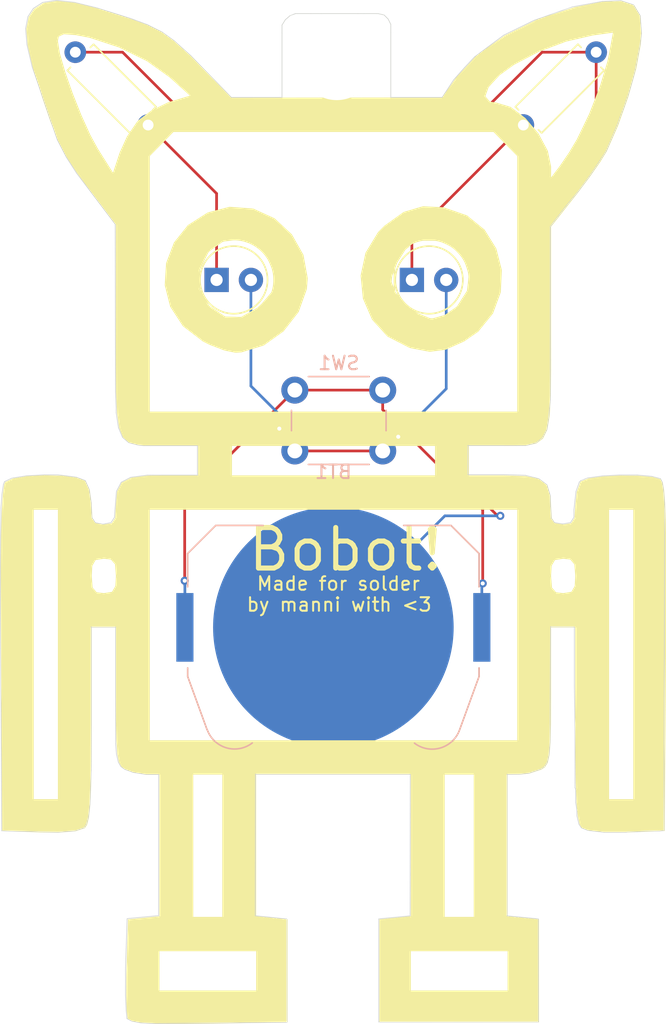
<source format=kicad_pcb>
(kicad_pcb (version 20241229) (generator "pcbnew") (generator_version "9.0")
  (layers (0 "F.Cu" signal) (2 "B.Cu" signal) (13 "F.Paste" user) (15 "B.Paste" user) (5 "F.SilkS" user "F.Silkscreen") (7 "B.SilkS" user "B.Silkscreen") (1 "F.Mask" user) (3 "B.Mask" user) (25 "Edge.Cuts" user))
  (net 0 "")
  (net 1 "Net-(BT1-+)")
  (net 2 "Net-(BT1--)")
  (net 3 "Net-(D1-K)")
  (net 4 "Net-(D2-K)")
  (net 5 "Net-(D1-A)")
  (footprint "new:rsta" (layer "F.Cu") (at 170.3 106.931432)
    (property "Reference" "G***" (hide yes))
    (property "Value" "LOGO" (hide yes))
    (fp_poly (pts (xy -4.32547 -25.360063) (xy -2.746875 -24.637646) (xy -1.468623 -23.452308) (xy -0.611079 -21.932112) (xy -0.294606 -20.205123) (xy -0.359724 -19.400992) (xy -0.964805 -17.715553) (xy -2.083823 -16.276013) (xy -3.551679 -15.229045) (xy -5.203271 -14.72132) (xy -5.656186 -14.695715) (xy -6.479695 -14.863122) (xy -7.570306 -15.285701) (xy -8.044782 -15.521187) (xy -9.537861 -16.664876) (xy -10.473943 -18.09944) (xy -10.878664 -19.69453) (xy -10.812266 -20.762907) (xy -8.309957 -20.762907) (xy -8.288783 -19.420428) (xy -7.607261 -18.208536) (xy -7.528938 -18.126364) (xy -6.400755 -17.374135) (xy -5.222962 -17.343507) (xy -4.0127 -18.033533) (xy -3.686968 -18.338824) (xy -2.987763 -19.165944) (xy -2.752791 -19.885752) (xy -2.821198 -20.606681) (xy -3.349538 -21.850714) (xy -4.269742 -22.686389) (xy -5.401456 -23.058655) (xy -6.564324 -22.912462) (xy -7.57799 -22.19276) (xy -7.665585 -22.085352) (xy -8.309957 -20.762907) (xy -10.812266 -20.762907) (xy -10.777657 -21.319792) (xy -10.196558 -22.844874) (xy -9.161001 -24.139424) (xy -7.696621 -25.07309) (xy -6.084044 -25.491494)) (fill yes) (layer "F.SilkS"))
    (fp_poly (pts (xy 9.759622 -25.453754) (xy 11.485297 -24.857676) (xy 12.791844 -23.795001) (xy 13.658637 -22.401865) (xy 14.06505 -20.814406) (xy 13.990458 -19.168759) (xy 13.414235 -17.601062) (xy 12.315754 -16.247452) (xy 11.264499 -15.521187) (xy 9.90597 -14.918112) (xy 8.728346 -14.762756) (xy 7.38144 -15.016535) (xy 7.19225 -15.072516) (xy 5.603526 -15.890335) (xy 4.457247 -17.150889) (xy 3.783685 -18.703715) (xy 3.658516 -19.947251) (xy 5.902816 -19.947251) (xy 6.195209 -19.176653) (xy 6.919601 -18.333817) (xy 7.846817 -17.623861) (xy 8.747678 -17.251903) (xy 8.932403 -17.235715) (xy 9.84063 -17.490217) (xy 10.730227 -18.107873) (xy 10.748655 -18.126364) (xy 11.483914 -19.276575) (xy 11.621864 -20.474122) (xy 11.257043 -21.581315) (xy 10.48399 -22.460464) (xy 9.397245 -22.973879) (xy 8.091344 -22.98387) (xy 7.528703 -22.816029) (xy 6.925038 -22.297952) (xy 6.343736 -21.385465) (xy 5.962722 -20.392513) (xy 5.902816 -19.947251) (xy 3.658516 -19.947251) (xy 3.61311 -20.398349) (xy 3.975793 -22.084327) (xy 4.902006 -23.611186) (xy 5.377747 -24.091612) (xy 6.801793 -25.111049) (xy 8.221457 -25.531548)) (fill yes) (layer "F.SilkS"))
    (fp_poly (pts (xy 23.869948 -40.406479) (xy 24.333464 -39.621099) (xy 24.415129 -38.285082) (xy 24.347166 -37.483651) (xy 24.01782 -35.719224) (xy 23.427177 -33.621084) (xy 22.669739 -31.48514) (xy 21.840005 -29.607304) (xy 21.817878 -29.563724) (xy 21.344993 -28.792833) (xy 20.569372 -27.685205) (xy 19.646489 -26.46148) (xy 19.505803 -26.282604) (xy 17.70845 -24.011066) (xy 17.70845 -16.281871) (xy 17.710022 -13.588149) (xy 17.689413 -11.533655) (xy 17.608632 -10.032084) (xy 17.42969 -8.997127) (xy 17.114597 -8.342476) (xy 16.625362 -7.981824) (xy 15.923996 -7.828863) (xy 14.972509 -7.797285) (xy 13.975631 -7.801429) (xy 11.62676 -7.801429) (xy 11.62676 -6.712857) (xy 11.62676 -5.624286) (xy 14.238309 -5.624286) (xy 15.850515 -5.568713) (xy 16.877452 -5.347792) (xy 17.444531 -4.880218) (xy 17.677163 -4.084686) (xy 17.70845 -3.374572) (xy 17.763508 -2.469463) (xy 18.018583 -2.079147) (xy 18.602816 -1.995715) (xy 19.189895 -2.080598) (xy 19.443066 -2.473852) (xy 19.497182 -3.374572) (xy 19.603975 -4.390513) (xy 19.866908 -5.115111) (xy 19.926478 -5.188857) (xy 20.486845 -5.401881) (xy 21.527937 -5.545151) (xy 22.817821 -5.613444) (xy 24.124563 -5.60154) (xy 25.216229 -5.504217) (xy 25.851832 -5.322258) (xy 25.975739 -5.089747) (xy 26.073455 -4.529721) (xy 26.146598 -3.582766) (xy 26.196783 -2.189469) (xy 26.225627 -0.290416) (xy 26.234747 2.173805) (xy 26.22576 5.262608) (xy 26.209578 7.825757) (xy 26.115492 20.682857) (xy 23.309044 20.789454) (xy 21.637104 20.79188) (xy 20.479839 20.662156) (xy 19.999889 20.472881) (xy 19.820798 20.182388) (xy 19.687531 19.595789) (xy 19.594317 18.62542) (xy 19.535383 17.183616) (xy 19.504959 15.182711) (xy 19.497182 12.836998) (xy 19.497182 7.62) (xy 22.001408 7.62) (xy 22.001408 18.324285) (xy 22.895774 18.324285) (xy 23.79014 18.324285) (xy 23.79014 7.62) (xy 23.79014 -3.084286) (xy 22.895774 -3.084286) (xy 22.001408 -3.084286) (xy 22.001408 7.62) (xy 19.497182 7.62) (xy 19.497182 5.624285) (xy 18.602816 5.624285) (xy 17.70845 5.624285) (xy 17.70845 10.691519) (xy 17.700822 12.716261) (xy 17.667767 14.135374) (xy 17.594027 15.068869) (xy 17.464344 15.636757) (xy 17.263461 15.959049) (xy 17.016476 16.134376) (xy 16.104425 16.432839) (xy 15.406617 16.51) (xy 14.488732 16.51) (xy 14.488732 21.748438) (xy 14.488732 26.986877) (xy 15.651408 27.100581) (xy 16.814084 27.214285) (xy 16.814084 31.024285) (xy 16.814084 34.834285) (xy 10.911267 34.834285) (xy 5.00845 34.834285) (xy 5.00845 31.024285) (xy 7.333802 31.024285) (xy 7.333802 32.475714) (xy 10.911267 32.475714) (xy 14.488732 32.475714) (xy 14.488732 31.024285) (xy 14.488732 29.572857) (xy 10.911267 29.572857) (xy 7.333802 29.572857) (xy 7.333802 31.024285) (xy 5.00845 31.024285) (xy 5.00845 27.214285) (xy 6.171126 27.100581) (xy 7.333802 26.986877) (xy 7.333802 21.771428) (xy 9.838027 21.771428) (xy 9.838027 27.032857) (xy 10.911267 27.032857) (xy 11.984506 27.032857) (xy 11.984506 21.771428) (xy 11.984506 16.51) (xy 10.911267 16.51) (xy 9.838027 16.51) (xy 9.838027 21.771428) (xy 7.333802 21.771428) (xy 7.333802 21.748438) (xy 7.333802 16.51) (xy 1.609858 16.51) (xy -4.114085 16.51) (xy -4.114085 21.748438) (xy -4.114085 26.986877) (xy -2.951409 27.100581) (xy -1.788733 27.214285) (xy -1.788733 31.024285) (xy -1.788733 34.834285) (xy -7.609926 34.934026) (xy -9.868256 34.960807) (xy -11.502898 34.948093) (xy -12.604893 34.889972) (xy -13.265279 34.780531) (xy -13.575097 34.613859) (xy -13.616433 34.543949) (xy -13.686988 33.982895) (xy -13.721863 32.886458) (xy -13.717099 31.444252) (xy -13.707227 31.024285) (xy -11.269015 31.024285) (xy -11.269015 32.475714) (xy -7.69155 32.475714) (xy -4.114085 32.475714) (xy -4.114085 31.024285) (xy -4.114085 29.572857) (xy -7.69155 29.572857) (xy -11.269015 29.572857) (xy -11.269015 31.024285) (xy -13.707227 31.024285) (xy -13.698057 30.634208) (xy -13.594367 27.214285) (xy -12.431691 27.100581) (xy -11.269015 26.986877) (xy -11.269015 21.771428) (xy -8.76479 21.771428) (xy -8.76479 27.032857) (xy -7.69155 27.032857) (xy -6.618311 27.032857) (xy -6.618311 21.771428) (xy -6.618311 16.51) (xy -7.69155 16.51) (xy -8.76479 16.51) (xy -8.76479 21.771428) (xy -11.269015 21.771428) (xy -11.269015 21.748438) (xy -11.269015 16.51) (xy -12.1869 16.51) (xy -13.189305 16.361768) (xy -13.796759 16.134376) (xy -14.07269 15.928735) (xy -14.264031 15.58281) (xy -14.386042 14.976589) (xy -14.453979 13.990062) (xy -14.483099 12.503216) (xy -14.488733 10.691519) (xy -14.488733 5.624285) (xy -15.383099 5.624285) (xy -16.277466 5.624285) (xy -16.277466 12.836998) (xy -16.287205 15.414745) (xy -16.320271 17.35466) (xy -16.382434 18.74441) (xy -16.479466 19.671658) (xy -16.617139 20.224069) (xy -16.780172 20.472881) (xy -17.454804 20.699794) (xy -18.728855 20.802663) (xy -20.089327 20.789454) (xy -22.895775 20.682857) (xy -22.989902 8.025768) (xy -22.992026 7.62) (xy -20.570423 7.62) (xy -20.570423 18.324285) (xy -19.676057 18.324285) (xy -18.781691 18.324285) (xy -18.781691 7.62) (xy -18.781691 5.442857) (xy -11.984508 5.442857) (xy -11.984508 13.97) (xy 1.609858 13.97) (xy 15.204225 13.97) (xy 15.204225 5.442857) (xy 15.204225 1.814285) (xy 17.70845 1.814285) (xy 17.775271 2.673134) (xy 18.075969 3.024731) (xy 18.602816 3.084285) (xy 19.207639 2.989399) (xy 19.455243 2.562408) (xy 19.497182 1.814285) (xy 19.430361 0.955437) (xy 19.129663 0.603839) (xy 18.602816 0.544285) (xy 17.997993 0.639171) (xy 17.750389 1.066163) (xy 17.70845 1.814285) (xy 15.204225 1.814285) (xy 15.204225 -3.084286) (xy 1.609858 -3.084286) (xy -11.984508 -3.084286) (xy -11.984508 5.442857) (xy -18.781691 5.442857) (xy -18.781691 1.814285) (xy -16.277466 1.814285) (xy -16.210645 2.673134) (xy -15.909946 3.024731) (xy -15.383099 3.084285) (xy -14.778276 2.989399) (xy -14.530673 2.562408) (xy -14.488733 1.814285) (xy -14.555554 0.955437) (xy -14.856253 0.603839) (xy -15.383099 0.544285) (xy -15.987923 0.639171) (xy -16.235526 1.066163) (xy -16.277466 1.814285) (xy -18.781691 1.814285) (xy -18.781691 -3.084286) (xy -19.676057 -3.084286) (xy -20.570423 -3.084286) (xy -20.570423 7.62) (xy -22.992026 7.62) (xy -23.009518 4.278343) (xy -23.006715 1.217335) (xy -22.980569 -1.196223) (xy -22.930155 -3.001302) (xy -22.854549 -4.23687) (xy -22.752825 -4.941897) (xy -22.677788 -5.127804) (xy -22.102436 -5.396115) (xy -21.050273 -5.565121) (xy -19.753569 -5.632448) (xy -18.444594 -5.595719) (xy -17.355618 -5.452561) (xy -16.718913 -5.200598) (xy -16.706761 -5.188857) (xy -16.42418 -4.559231) (xy -16.281614 -3.570113) (xy -16.277466 -3.374572) (xy -16.222408 -2.469463) (xy -15.967332 -2.079147) (xy -15.383099 -1.995715) (xy -14.79602 -2.080598) (xy -14.54285 -2.473852) (xy -14.488733 -3.374572) (xy -14.403013 -4.419775) (xy -14.062246 -5.085545) (xy -13.341022 -5.453186) (xy -12.11393 -5.604003) (xy -11.018592 -5.624286) (xy -8.407043 -5.624286) (xy -8.407043 -6.712857) (xy -5.902818 -6.712857) (xy -5.902818 -5.624286) (xy 1.609858 -5.624286) (xy 9.122534 -5.624286) (xy 9.122534 -6.712857) (xy 9.122534 -7.801429) (xy 1.609858 -7.801429) (xy -5.902818 -7.801429) (xy -5.902818 -6.712857) (xy -8.407043 -6.712857) (xy -8.407043 -7.801429) (xy -10.755914 -7.801429) (xy -11.937227 -7.797581) (xy -12.839397 -7.843327) (xy -13.499929 -8.024598) (xy -13.956324 -8.427326) (xy -14.246088 -9.137445) (xy -14.406723 -10.240886) (xy -14.475733 -11.823581) (xy -14.490621 -13.971464) (xy -14.488733 -16.354495) (xy -14.488733 -24.156313) (xy -16.283216 -26.531026) (xy -17.39113 -28.035402) (xy -18.185248 -29.252578) (xy -18.795413 -30.431786) (xy -19.351467 -31.822262) (xy -19.947327 -33.564286) (xy -20.629589 -35.776545) (xy -21.016909 -37.437265) (xy -21.043826 -37.758184) (xy -18.781691 -37.758184) (xy -18.634953 -36.849537) (xy -18.245339 -35.495627) (xy -17.688745 -33.900898) (xy -17.041069 -32.269794) (xy -16.378209 -30.806759) (xy -15.823874 -29.790758) (xy -14.703259 -28.012944) (xy -14.299019 -29.242987) (xy -11.984508 -29.242987) (xy -11.984508 -19.792208) (xy -11.984508 -10.341429) (xy 1.609858 -10.341429) (xy 15.204225 -10.341429) (xy 15.204225 -19.792208) (xy 15.204225 -29.242987) (xy 14.32612 -30.133637) (xy 13.448015 -31.024286) (xy 1.609858 -31.024286) (xy -10.228298 -31.024286) (xy -11.106403 -30.133637) (xy -11.984508 -29.242987) (xy -14.299019 -29.242987) (xy -14.217923 -29.489751) (xy -13.672606 -30.688025) (xy -12.95022 -31.749438) (xy -12.809399 -31.902935) (xy -11.836833 -32.632518) (xy -10.64352 -33.211485) (xy -10.450761 -33.275527) (xy -9.01531 -33.711742) (xy -10.529378 -35.074555) (xy -12.190401 -36.257323) (xy -14.259339 -37.274713) (xy -16.429116 -37.988468) (xy -17.440142 -38.186054) (xy -18.333811 -38.254251) (xy -18.718224 -38.076113) (xy -18.781691 -37.758184) (xy -21.043826 -37.758184) (xy -21.118766 -38.651659) (xy -20.944641 -39.52494) (xy -20.538745 -40.127845) (xy -19.846571 -40.568518) (xy -18.860141 -40.718636) (xy -17.489981 -40.569598) (xy -15.646617 -40.112804) (xy -13.594367 -39.460402) (xy -12.137061 -38.926619) (xy -11.031994 -38.3821) (xy -10.040619 -37.671728) (xy -8.924386 -36.64039) (xy -8.315306 -36.027714) (xy -5.898217 -33.564286) (xy 1.880469 -33.572034) (xy 9.659154 -33.579781) (xy 9.716099 -33.661399) (xy 12.847845 -33.661399) (xy 13.183397 -33.268509) (xy 13.649718 -33.201429) (xy 14.710159 -32.884178) (xy 15.807682 -32.057797) (xy 16.780737 -30.910345) (xy 17.467775 -29.629881) (xy 17.70845 -28.476661) (xy 17.70845 -27.660703) (xy 18.363918 -28.526066) (xy 19.024661 -29.493386) (xy 19.613741 -30.48) (xy 20.516902 -32.347384) (xy 21.310138 -34.372977) (xy 21.871206 -36.232506) (xy 21.989962 -36.783313) (xy 22.282999 -38.369484) (xy 20.78868 -38.161738) (xy 18.829798 -37.710188) (xy 16.791595 -36.944617) (xy 14.962361 -35.988277) (xy 13.894619 -35.214387) (xy 13.088154 -34.336617) (xy 12.847845 -33.661399) (xy 9.716099 -33.661399) (xy 10.682317 -35.046262) (xy 12.195113 -36.684205) (xy 14.264019 -38.152407) (xy 16.735171 -39.371101) (xy 19.454707 -40.260524) (xy 21.501458 -40.655116) (xy 22.950606 -40.72367)) (fill yes) (layer "F.SilkS"))
  )
  (footprint "LED_THT:LED_D5.0mm" (layer "F.Cu") (at 177.71 86.85)
    (property "Reference" "D1" (at 1.27 -3.96 0) (layer "F.SilkS"))
    (property "Value" "LED")
    (fp_line (start -1.29 -1.545) (end -1.29 1.545) (stroke (width 0.12)) (layer "F.SilkS"))
    (fp_arc (start -1.29 -1.54483) (mid 2.071756 -2.880501) (end 4.26 -0.000048) (stroke (width 0.12)) (layer "F.SilkS"))
    (fp_arc (start 4.26 0.000048) (mid 2.071756 2.880501) (end -1.29 1.54483) (stroke (width 0.12)) (layer "F.SilkS"))
    (fp_circle (center 1.27 0) (end 3.77 0) (stroke (width 0.12)) (fill no) (layer "F.SilkS"))
    (pad "1" thru_hole rect (at 0 0) (size 1.8 1.8) (drill 0.9) (layers "*.Cu" "*.Mask") (net 3 "Net-(D1-K)"))
    (pad "2" thru_hole circle (at 2.54 0) (size 1.8 1.8) (drill 0.9) (layers "*.Cu" "*.Mask") (net 5 "Net-(D1-A)"))
  )
  (footprint "Resistor_THT:R_Axial_DIN0207_L6.3mm_D2.5mm_P7.62mm_Horizontal" (layer "F.Cu") (at 158.194077 75.394077 135)
    (property "Reference" "R5" (hide yes))
    (property "Value" "R" (hide yes))
    (fp_line (start 7.08 -1.37) (end 7.08 -1.04) (stroke (width 0.12)) (layer "F.SilkS"))
    (fp_line (start 7.08 1.37) (end 7.08 1.04) (stroke (width 0.12)) (layer "F.SilkS"))
    (fp_line (start 0.54 -1.37) (end 7.08 -1.37) (stroke (width 0.12)) (layer "F.SilkS"))
    (fp_line (start 0.54 -1.04) (end 0.54 -1.37) (stroke (width 0.12)) (layer "F.SilkS"))
    (fp_line (start 0.54 1.04) (end 0.54 1.37) (stroke (width 0.12)) (layer "F.SilkS"))
    (fp_line (start 0.54 1.37) (end 7.08 1.37) (stroke (width 0.12)) (layer "F.SilkS"))
    (pad "1" thru_hole circle (at 0 0 135) (size 1.6 1.6) (drill 0.8) (layers "*.Cu" "*.Mask") (net 4 "Net-(D2-K)"))
    (pad "2" thru_hole oval (at 7.62 0 135) (size 1.6 1.6) (drill 0.8) (layers "*.Cu" "*.Mask") (net 2 "Net-(BT1--)"))
  )
  (footprint "Resistor_THT:R_Axial_DIN0207_L6.3mm_D2.5mm_P7.62mm_Horizontal" (layer "F.Cu") (at 185.955923 75.394077 45)
    (property "Reference" "R4" (hide yes))
    (property "Value" "R" (hide yes))
    (fp_line (start 0.54 -1.37) (end 7.08 -1.37) (stroke (width 0.12)) (layer "F.SilkS"))
    (fp_line (start 0.54 -1.04) (end 0.54 -1.37) (stroke (width 0.12)) (layer "F.SilkS"))
    (fp_line (start 0.54 1.04) (end 0.54 1.37) (stroke (width 0.12)) (layer "F.SilkS"))
    (fp_line (start 0.54 1.37) (end 7.08 1.37) (stroke (width 0.12)) (layer "F.SilkS"))
    (fp_line (start 7.08 -1.37) (end 7.08 -1.04) (stroke (width 0.12)) (layer "F.SilkS"))
    (fp_line (start 7.08 1.37) (end 7.08 1.04) (stroke (width 0.12)) (layer "F.SilkS"))
    (pad "1" thru_hole circle (at 0 0 45) (size 1.6 1.6) (drill 0.8) (layers "*.Cu" "*.Mask") (net 3 "Net-(D1-K)"))
    (pad "2" thru_hole oval (at 7.62 0 45) (size 1.6 1.6) (drill 0.8) (layers "*.Cu" "*.Mask") (net 2 "Net-(BT1--)"))
  )
  (footprint "MountingHole:MountingHole_5.5mm" (layer "F.Cu") (at 172.15 70.8)
    (property "Reference" "REF**" (hide yes))
    (property "Value" "MountingHole_5.5mm" (hide yes))
    (pad "" np_thru_hole circle (at 0 0) (size 5.5 5.5) (drill 5.5) (layers "*.Cu" "*.Mask"))
  )
  (footprint "LED_THT:LED_D5.0mm" (layer "F.Cu") (at 163.26 86.85)
    (property "Reference" "D2" (at 1.27 -3.96 0) (layer "F.SilkS"))
    (property "Value" "LED")
    (fp_line (start -1.29 -1.545) (end -1.29 1.545) (stroke (width 0.12)) (layer "F.SilkS"))
    (fp_arc (start -1.29 -1.54483) (mid 2.071756 -2.880501) (end 4.26 -0.000048) (stroke (width 0.12)) (layer "F.SilkS"))
    (fp_arc (start 4.26 0.000048) (mid 2.071756 2.880501) (end -1.29 1.54483) (stroke (width 0.12)) (layer "F.SilkS"))
    (fp_circle (center 1.27 0) (end 3.77 0) (stroke (width 0.12)) (fill no) (layer "F.SilkS"))
    (pad "1" thru_hole rect (at 0 0) (size 1.8 1.8) (drill 0.9) (layers "*.Cu" "*.Mask") (net 4 "Net-(D2-K)"))
    (pad "2" thru_hole circle (at 2.54 0) (size 1.8 1.8) (drill 0.9) (layers "*.Cu" "*.Mask") (net 5 "Net-(D1-A)"))
  )
  (footprint "Battery:BatteryHolder_Keystone_3034_1x20mm" (layer "B.Cu") (at 171.9 112.55 180)
    (property "Reference" "BT1" (at 0 11.5 0) (layer "B.SilkS") (effects (justify mirror)))
    (property "Value" "Battery_Cell")
    (fp_line (start 10.78 5.46) (end 10.78 3) (stroke (width 0.12)) (layer "B.SilkS"))
    (fp_line (start 10.78 -3) (end 10.78 -3.63) (stroke (width 0.12)) (layer "B.SilkS"))
    (fp_line (start 10.78 -3.63) (end 9.34 -7.58) (stroke (width 0.12)) (layer "B.SilkS"))
    (fp_line (start 8.7 7.54) (end 10.78 5.46) (stroke (width 0.12)) (layer "B.SilkS"))
    (fp_line (start 8.7 7.54) (end 5.2 7.54) (stroke (width 0.12)) (layer "B.SilkS"))
    (fp_line (start -5.2 7.54) (end -8.7 7.54) (stroke (width 0.12)) (layer "B.SilkS"))
    (fp_line (start -8.7 7.54) (end -10.78 5.46) (stroke (width 0.12)) (layer "B.SilkS"))
    (fp_line (start -10.78 5.46) (end -10.78 3) (stroke (width 0.12)) (layer "B.SilkS"))
    (fp_line (start -10.78 -3) (end -10.78 -3.63) (stroke (width 0.12)) (layer "B.SilkS"))
    (fp_line (start -10.78 -3.63) (end -9.34 -7.58) (stroke (width 0.12)) (layer "B.SilkS"))
    (fp_arc (start 6 -8.55) (mid 7.90634 -8.911669) (end 9.325243 -7.588169) (stroke (width 0.12)) (layer "B.SilkS"))
    (fp_arc (start -9.34 -7.58) (mid -7.921654 -8.918738) (end -6.003354 -8.56653) (stroke (width 0.12)) (layer "B.SilkS"))
    (pad "1" smd rect (at -10.985 0 180) (size 1.27 5.08) (layers "B.Cu" "B.Mask" "B.Paste") (net 1 "Net-(BT1-+)"))
    (pad "1" smd rect (at 10.985 0 180) (size 1.27 5.08) (layers "B.Cu" "B.Mask" "B.Paste") (net 1 "Net-(BT1-+)"))
    (pad "2" smd circle (at 0 0 180) (size 17.8 17.8) (layers "B.Cu" "B.Mask") (net 2 "Net-(BT1--)"))
  )
  (footprint "Button_Switch_THT:SW_PUSH_6mm" (layer "B.Cu") (at 175.55 95 180)
    (property "Reference" "SW1" (at 3.25 2.000001 0) (layer "B.SilkS") (effects (justify mirror)))
    (property "Value" "SW_Push")
    (fp_line (start 6.75 -3) (end 6.75 -1.5) (stroke (width 0.12)) (layer "B.SilkS"))
    (fp_line (start 5.5 1) (end 1 1) (stroke (width 0.12)) (layer "B.SilkS"))
    (fp_line (start 1 -5.5) (end 5.5 -5.5) (stroke (width 0.12)) (layer "B.SilkS"))
    (fp_line (start -0.25 -1.5) (end -0.25 -3) (stroke (width 0.12)) (layer "B.SilkS"))
    (pad "1" thru_hole circle (at 0 0 90) (size 2 2) (drill 1.1) (layers "*.Cu" "*.Mask") (net 1 "Net-(BT1-+)"))
    (pad "1" thru_hole circle (at 6.5 0 90) (size 2 2) (drill 1.1) (layers "*.Cu" "*.Mask") (net 1 "Net-(BT1-+)"))
    (pad "2" thru_hole circle (at 0 -4.500001 90) (size 2 2) (drill 1.1) (layers "*.Cu" "*.Mask") (net 5 "Net-(D1-A)"))
    (pad "2" thru_hole circle (at 6.500001 -4.5 90) (size 2 2) (drill 1.1) (layers "*.Cu" "*.Mask") (net 5 "Net-(D1-A)"))
  )
  (gr_line (start 181.85 99.1) (end 181.85 101.25) (stroke (width 0.05)) (layer "Edge.Cuts"))
  (gr_line (start 158.97 133.87) (end 158.97 123.43) (stroke (width 0.05)) (layer "Edge.Cuts"))
  (gr_line (start 192.09 77.31) (end 191.04 78.91) (stroke (width 0.05)) (layer "Edge.Cuts"))
  (gr_line (start 174.15 67.15) (end 173.7 67.15) (stroke (width 0.05)) (layer "Edge.Cuts"))
  (gr_line (start 189.73 112.51) (end 187.97 112.5) (stroke (width 0.05)) (layer "Edge.Cuts"))
  (gr_line (start 147.26 106.89) (end 147.31 104.45) (stroke (width 0.05)) (layer "Edge.Cuts"))
  (gr_line (start 191.8 66.25) (end 193.2 66.2) (stroke (width 0.05)) (layer "Edge.Cuts"))
  (gr_line (start 187.1 101.55) (end 187.7 102) (stroke (width 0.05)) (layer "Edge.Cuts"))
  (gr_line (start 186.9 98.9) (end 186.15 99.1) (stroke (width 0.05)) (layer "Edge.Cuts"))
  (gr_line (start 149.7 66.77) (end 150.4 66.32) (stroke (width 0.05)) (layer "Edge.Cuts"))
  (gr_line (start 156.3 98.49) (end 156 97.78) (stroke (width 0.05)) (layer "Edge.Cuts"))
  (gr_line (start 173.7 67.15) (end 171 67.15) (stroke (width 0.05)) (layer "Edge.Cuts"))
  (gr_line (start 158.97 123.43) (end 158.05 123.43) (stroke (width 0.05)) (layer "Edge.Cuts"))
  (gr_line (start 187.35 98.55) (end 186.9 98.9) (stroke (width 0.05)) (layer "Edge.Cuts"))
  (gr_line (start 177.59 123.41) (end 177.58 133.89) (stroke (width 0.05)) (layer "Edge.Cuts"))
  (gr_line (start 193.2 66.2) (end 194.1 66.5) (stroke (width 0.05)) (layer "Edge.Cuts"))
  (gr_line (start 158.91 141.86) (end 159.06 141.85) (stroke (width 0.05)) (layer "Edge.Cuts"))
  (gr_line (start 156.63 141.49) (end 156.97 141.67) (stroke (width 0.05)) (layer "Edge.Cuts"))
  (gr_line (start 195.46 101.38) (end 196.1 101.55) (stroke (width 0.05)) (layer "Edge.Cuts"))
  (gr_line (start 151.47 76.48) (end 149.62 71.1) (stroke (width 0.05)) (layer "Edge.Cuts"))
  (gr_line (start 150.4 66.32) (end 151.39 66.17) (stroke (width 0.05)) (layer "Edge.Cuts"))
  (gr_line (start 187.95 95.75) (end 187.85 96.75) (stroke (width 0.05)) (layer "Edge.Cuts"))
  (gr_line (start 153.78 126.55) (end 153.63 127.1) (stroke (width 0.05)) (layer "Edge.Cuts"))
  (gr_line (start 187.7 97.9) (end 187.35 98.55) (stroke (width 0.05)) (layer "Edge.Cuts"))
  (gr_line (start 153.47 127.37) (end 153.63 127.1) (stroke (width 0.05)) (layer "Edge.Cuts"))
  (gr_line (start 196.1 101.55) (end 196.23 101.8) (stroke (width 0.05)) (layer "Edge.Cuts"))
  (gr_line (start 193.57 127.7) (end 191.89 127.7) (stroke (width 0.05)) (layer "Edge.Cuts"))
  (gr_line (start 164.35 73.35) (end 168.1 73.35) (stroke (width 0.05)) (layer "Edge.Cuts"))
  (gr_line (start 194.6 67.3) (end 194.7 68.6) (stroke (width 0.05)) (layer "Edge.Cuts"))
  (gr_line (start 185.66 123.41) (end 186.36 123.34) (stroke (width 0.05)) (layer "Edge.Cuts"))
  (gr_line (start 157.86 99.11) (end 157.43 99.06) (stroke (width 0.05)) (layer "Edge.Cuts"))
  (gr_line (start 170.225 67.15) (end 169.1 67.15) (stroke (width 0.05)) (layer "Edge.Cuts"))
  (gr_line (start 176.15 73.35) (end 179.95 73.35) (stroke (width 0.05)) (layer "Edge.Cuts"))
  (gr_line (start 182.35 70.35) (end 184.5 68.75) (stroke (width 0.05)) (layer "Edge.Cuts"))
  (gr_line (start 151.39 66.17) (end 152.75 66.32) (stroke (width 0.05)) (layer "Edge.Cuts"))
  (gr_line (start 194.25 71.2) (end 194.1 71.85) (stroke (width 0.05)) (layer "Edge.Cuts"))
  (gr_line (start 191.04 78.91) (end 190.08 80.22) (stroke (width 0.05)) (layer "Edge.Cuts"))
  (gr_line (start 154.42 66.73) (end 156.9 67.51) (stroke (width 0.05)) (layer "Edge.Cuts"))
  (gr_line (start 187.07 141.73) (end 187.06 134.11) (stroke (width 0.05)) (layer "Edge.Cuts"))
  (gr_line (start 175.26 134.11) (end 175.26 141.74) (stroke (width 0.05)) (layer "Edge.Cuts"))
  (gr_line (start 147.31 103.7) (end 147.38 102.7) (stroke (width 0.05)) (layer "Edge.Cuts"))
  (gr_line (start 189.78 124.41) (end 189.78 124.03) (stroke (width 0.05)) (layer "Edge.Cuts"))
  (gr_line (start 194.7 68.6) (end 194.6 69.4) (stroke (width 0.05)) (layer "Edge.Cuts"))
  (gr_line (start 161.84 99.11) (end 157.86 99.11) (stroke (width 0.05)) (layer "Edge.Cuts"))
  (gr_line (start 194.38 101.28) (end 195.46 101.38) (stroke (width 0.05)) (layer "Edge.Cuts"))
  (gr_line (start 184.5 101.25) (end 186.1 101.3) (stroke (width 0.05)) (layer "Edge.Cuts"))
  (gr_line (start 184.75 123.42) (end 185.66 123.41) (stroke (width 0.05)) (layer "Edge.Cuts"))
  (gr_line (start 156.52 139.81) (end 156.55 140.34) (stroke (width 0.05)) (layer "Edge.Cuts"))
  (gr_line (start 152.88 101.44) (end 153.54 101.69) (stroke (width 0.05)) (layer "Edge.Cuts"))
  (gr_line (start 147.38 102.7) (end 147.49 101.98) (stroke (width 0.05)) (layer "Edge.Cuts"))
  (gr_line (start 193.06 101.28) (end 194.38 101.28) (stroke (width 0.05)) (layer "Edge.Cuts"))
  (gr_line (start 189.45 104.8) (end 189.7 104.4) (stroke (width 0.05)) (layer "Edge.Cuts"))
  (gr_line (start 187.06 134.11) (end 184.75 133.89) (stroke (width 0.05)) (layer "Edge.Cuts"))
  (gr_line (start 147.31 104.45) (end 147.31 103.7) (stroke (width 0.05)) (layer "Edge.Cuts"))
  (gr_line (start 152.8 127.6) (end 153.47 127.37) (stroke (width 0.05)) (layer "Edge.Cuts"))
  (gr_line (start 147.57 101.77) (end 148.12 101.51) (stroke (width 0.05)) (layer "Edge.Cuts"))
  (gr_line (start 189.7 103.85) (end 189.85 102.5) (stroke (width 0.05)) (layer "Edge.Cuts"))
  (gr_line (start 189.7 104.4) (end 189.7 103.85) (stroke (width 0.05)) (layer "Edge.Cuts"))
  (gr_line (start 160.11 69.15) (end 161.36 70.27) (stroke (width 0.05)) (layer "Edge.Cuts"))
  (gr_line (start 168.7 67.3) (end 168.35 67.6) (stroke (width 0.05)) (layer "Edge.Cuts"))
  (gr_line (start 187.93 121.01) (end 187.86 121.92) (stroke (width 0.05)) (layer "Edge.Cuts"))
  (gr_line (start 188.25 104.8) (end 188.85 104.9) (stroke (width 0.05)) (layer "Edge.Cuts"))
  (gr_line (start 168.45 134.12) (end 166.12 133.88) (stroke (width 0.05)) (layer "Edge.Cuts"))
  (gr_line (start 154.29 104.81) (end 154.85 104.92) (stroke (width 0.05)) (layer "Edge.Cuts"))
  (gr_line (start 177.58 133.89) (end 175.26 134.11) (stroke (width 0.05)) (layer "Edge.Cuts"))
  (gr_line (start 196.23 101.8) (end 196.32 102.34) (stroke (width 0.05)) (layer "Edge.Cuts"))
  (gr_line (start 153.98 122.78) (end 153.98 123.12) (stroke (width 0.05)) (layer "Edge.Cuts"))
  (gr_line (start 152.910542 78.963945) (end 152.14 77.77) (stroke (width 0.05)) (layer "Edge.Cuts"))
  (gr_line (start 149.3 67.38) (end 149.7 66.77) (stroke (width 0.05)) (layer "Edge.Cuts"))
  (gr_line (start 156.18 122.85) (end 155.99 122.52) (stroke (width 0.05)) (layer "Edge.Cuts"))
  (gr_line (start 189.15 81.35) (end 187.95 82.9) (stroke (width 0.05)) (layer "Edge.Cuts"))
  (gr_line (start 155.85 102.49) (end 156.2 101.82) (stroke (width 0.05)) (layer "Edge.Cuts"))
  (gr_line (start 155.7 104.42) (end 155.85 102.49) (stroke (width 0.05)) (layer "Edge.Cuts"))
  (gr_line (start 151.49 101.27) (end 151.8 101.3) (stroke (width 0.05)) (layer "Edge.Cuts"))
  (gr_line (start 169.1 67.15) (end 168.7 67.3) (stroke (width 0.05)) (layer "Edge.Cuts"))
  (gr_line (start 190.25 127.38) (end 190.07 127.11) (stroke (width 0.05)) (layer "Edge.Cuts"))
  (gr_line (start 156.97 141.67) (end 157.63 141.8) (stroke (width 0.05)) (layer "Edge.Cuts"))
  (gr_line (start 187.95 103.25) (end 188 104.1) (stroke (width 0.05)) (layer "Edge.Cuts"))
  (gr_line (start 186.1 101.3) (end 187.1 101.55) (stroke (width 0.05)) (layer "Edge.Cuts"))
  (gr_line (start 171 67.15) (end 170.225 67.15) (stroke (width 0.05)) (layer "Edge.Cuts"))
  (gr_line (start 153.98 123.12) (end 153.89 125.62) (stroke (width 0.05)) (layer "Edge.Cuts"))
  (gr_line (start 156.76 98.89) (end 156.3 98.49) (stroke (width 0.05)) (layer "Edge.Cuts"))
  (gr_line (start 174.15 67.15) (end 175.2 67.15) (stroke (width 0.05)) (layer "Edge.Cuts"))
  (gr_line (start 175.65 67.25) (end 175.2 67.15) (stroke (width 0.05)) (layer "Edge.Cuts"))
  (gr_line (start 156.46 123.05) (end 156.18 122.85) (stroke (width 0.05)) (layer "Edge.Cuts"))
  (gr_line (start 158.05 123.43) (end 157.08 123.28) (stroke (width 0.05)) (layer "Edge.Cuts"))
  (gr_line (start 187.52 122.85) (end 187.72 122.53) (stroke (width 0.05)) (layer "Edge.Cuts"))
  (gr_line (start 155.760542 82.733945) (end 152.910542 78.963945) (stroke (width 0.05)) (layer "Edge.Cuts"))
  (gr_line (start 196.32 102.34) (end 196.41 103.43) (stroke (width 0.05)) (layer "Edge.Cuts"))
  (gr_line (start 153.98 103.33) (end 154.03 104.42) (stroke (width 0.05)) (layer "Edge.Cuts"))
  (gr_line (start 186.75 67.65) (end 189.6 66.65) (stroke (width 0.05)) (layer "Edge.Cuts"))
  (gr_line (start 190.08 80.22) (end 189.15 81.35) (stroke (width 0.05)) (layer "Edge.Cuts"))
  (gr_line (start 157.63 141.8) (end 158.91 141.86) (stroke (width 0.05)) (layer "Edge.Cuts"))
  (gr_line (start 155.79 121.14) (end 155.79 112.52) (stroke (width 0.05)) (layer "Edge.Cuts"))
  (gr_line (start 175.95 67.55) (end 175.65 67.25) (stroke (width 0.05)) (layer "Edge.Cuts"))
  (gr_line (start 155.45 104.8) (end 155.7 104.42) (stroke (width 0.05)) (layer "Edge.Cuts"))
  (gr_line (start 153.54 101.69) (end 153.83 102.33) (stroke (width 0.05)) (layer "Edge.Cuts"))
  (gr_line (start 149.62 71.1) (end 149.23 69.45) (stroke (width 0.05)) (layer "Edge.Cuts"))
  (gr_line (start 155.99 122.52) (end 155.85 121.91) (stroke (width 0.05)) (layer "Edge.Cuts"))
  (gr_line (start 155.83 96.27) (end 155.83 96.67) (stroke (width 0.05)) (layer "Edge.Cuts"))
  (gr_line (start 157.43 99.06) (end 156.76 98.89) (stroke (width 0.05)) (layer "Edge.Cuts"))
  (gr_line (start 153.83 102.33) (end 153.98 103.33) (stroke (width 0.05)) (layer "Edge.Cuts"))
  (gr_line (start 187.72 122.53) (end 187.86 121.92) (stroke (width 0.05)) (layer "Edge.Cuts"))
  (gr_line (start 194.1 71.85) (end 193.9 72.55) (stroke (width 0.05)) (layer "Edge.Cuts"))
  (gr_line (start 194.1 66.5) (end 194.6 67.3) (stroke (width 0.05)) (layer "Edge.Cuts"))
  (gr_line (start 193.55 73.6) (end 193.4 74.1) (stroke (width 0.05)) (layer "Edge.Cuts"))
  (gr_line (start 175.26 141.74) (end 187.07 141.73) (stroke (width 0.05)) (layer "Edge.Cuts"))
  (gr_line (start 189.78 124.03) (end 189.78 120.11) (stroke (width 0.05)) (layer "Edge.Cuts"))
  (gr_line (start 193.4 74.1) (end 193.15 74.7) (stroke (width 0.05)) (layer "Edge.Cuts"))
  (gr_line (start 195.02 127.61) (end 194.42 127.67) (stroke (width 0.05)) (layer "Edge.Cuts"))
  (gr_line (start 191.89 127.7) (end 190.73 127.57) (stroke (width 0.05)) (layer "Edge.Cuts"))
  (gr_line (start 187.97 112.5) (end 187.93 120.86) (stroke (width 0.05)) (layer "Edge.Cuts"))
  (gr_line (start 149.23 69.45) (end 149.13 68.26) (stroke (width 0.05)) (layer "Edge.Cuts"))
  (gr_line (start 187.95 82.9) (end 187.95 95.75) (stroke (width 0.05)) (layer "Edge.Cuts"))
  (gr_line (start 153.89 125.62) (end 153.78 126.55) (stroke (width 0.05)) (layer "Edge.Cuts"))
  (gr_line (start 166.12 133.88) (end 166.13 123.41) (stroke (width 0.05)) (layer "Edge.Cuts"))
  (gr_line (start 189.92 126.49) (end 189.92 126.07) (stroke (width 0.05)) (layer "Edge.Cuts"))
  (gr_line (start 156.64 134.09) (end 158.97 133.87) (stroke (width 0.05)) (layer "Edge.Cuts"))
  (gr_line (start 156.52 137.77) (end 156.64 134.09) (stroke (width 0.05)) (layer "Edge.Cuts"))
  (gr_line (start 187.26 123.03) (end 187.52 122.85) (stroke (width 0.05)) (layer "Edge.Cuts"))
  (gr_line (start 152.75 66.32) (end 154.42 66.73) (stroke (width 0.05)) (layer "Edge.Cuts"))
  (gr_line (start 156.55 140.34) (end 156.57 140.89) (stroke (width 0.05)) (layer "Edge.Cuts"))
  (gr_line (start 147.36 127.6) (end 151.52 127.7) (stroke (width 0.05)) (layer "Edge.Cuts"))
  (gr_line (start 147.49 101.98) (end 147.57 101.77) (stroke (width 0.05)) (layer "Edge.Cuts"))
  (gr_line (start 188.85 104.9) (end 189.45 104.8) (stroke (width 0.05)) (layer "Edge.Cuts"))
  (gr_line (start 192.94 75.31) (end 192.09 77.31) (stroke (width 0.05)) (layer "Edge.Cuts"))
  (gr_line (start 152.14 77.77) (end 151.47 76.48) (stroke (width 0.05)) (layer "Edge.Cuts"))
  (gr_line (start 193.15 74.7) (end 192.94 75.31) (stroke (width 0.05)) (layer "Edge.Cuts"))
  (gr_line (start 168.1 68.6) (end 168.1 73.35) (stroke (width 0.05)) (layer "Edge.Cuts"))
  (gr_line (start 196.05 127.61) (end 195.02 127.61) (stroke (width 0.05)) (layer "Edge.Cuts"))
  (gr_line (start 196.36 127.58) (end 196.05 127.61) (stroke (width 0.05)) (layer "Edge.Cuts"))
  (gr_line (start 189.85 102.5) (end 190.1 101.8) (stroke (width 0.05)) (layer "Edge.Cuts"))
  (gr_line (start 190.73 127.57) (end 190.25 127.38) (stroke (width 0.05)) (layer "Edge.Cuts"))
  (gr_line (start 180.8 72.05) (end 181.6 71.15) (stroke (width 0.05)) (layer "Edge.Cuts"))
  (gr_line (start 161.36 70.27) (end 164.35 73.35) (stroke (width 0.05)) (layer "Edge.Cuts"))
  (gr_line (start 154.85 104.92) (end 155.45 104.8) (stroke (width 0.05)) (layer "Edge.Cuts"))
  (gr_line (start 151.8 101.3) (end 152.88 101.44) (stroke (width 0.05)) (layer "Edge.Cuts"))
  (gr_line (start 187.85 96.75) (end 187.75 97.6) (stroke (width 0.05)) (layer "Edge.Cuts"))
  (gr_line (start 196.41 103.43) (end 196.36 127.58) (stroke (width 0.05)) (layer "Edge.Cuts"))
  (gr_line (start 187.95 102.8) (end 187.95 103.25) (stroke (width 0.05)) (layer "Edge.Cuts"))
  (gr_line (start 159.22 68.51) (end 160.11 69.15) (stroke (width 0.05)) (layer "Edge.Cuts"))
  (gr_line (start 184.75 133.89) (end 184.75 123.42) (stroke (width 0.05)) (layer "Edge.Cuts"))
  (gr_line (start 155.85 121.91) (end 155.79 121.14) (stroke (width 0.05)) (layer "Edge.Cuts"))
  (gr_line (start 153.98 112.52) (end 153.98 122.78) (stroke (width 0.05)) (layer "Edge.Cuts"))
  (gr_line (start 188 104.1) (end 188 104.45) (stroke (width 0.05)) (layer "Edge.Cuts"))
  (gr_line (start 176.15 73.35) (end 176.15 68.55) (stroke (width 0.05)) (layer "Edge.Cuts"))
  (gr_line (start 181.85 101.25) (end 184.5 101.25) (stroke (width 0.05)) (layer "Edge.Cuts"))
  (gr_line (start 193.68 127.67) (end 193.57 127.7) (stroke (width 0.05)) (layer "Edge.Cuts"))
  (gr_line (start 149.19 101.34) (end 150.5 101.27) (stroke (width 0.05)) (layer "Edge.Cuts"))
  (gr_line (start 189.83 125.5) (end 189.83 124.52) (stroke (width 0.05)) (layer "Edge.Cuts"))
  (gr_line (start 193.75 73.05) (end 193.55 73.6) (stroke (width 0.05)) (layer "Edge.Cuts"))
  (gr_line (start 168.46 141.76) (end 168.45 134.12) (stroke (width 0.05)) (layer "Edge.Cuts"))
  (gr_line (start 158.14 67.97) (end 159.22 68.51) (stroke (width 0.05)) (layer "Edge.Cuts"))
  (gr_line (start 166.13 123.41) (end 177.59 123.41) (stroke (width 0.05)) (layer "Edge.Cuts"))
  (gr_line (start 190.1 101.8) (end 190.2 101.7) (stroke (width 0.05)) (layer "Edge.Cuts"))
  (gr_line (start 193.9 72.55) (end 193.75 73.05) (stroke (width 0.05)) (layer "Edge.Cuts"))
  (gr_line (start 190.7 101.5) (end 191.8 101.35) (stroke (width 0.05)) (layer "Edge.Cuts"))
  (gr_line (start 189.6 66.65) (end 191.8 66.25) (stroke (width 0.05)) (layer "Edge.Cuts"))
  (gr_line (start 194.42 127.67) (end 193.68 127.67) (stroke (width 0.05)) (layer "Edge.Cuts"))
  (gr_line (start 189.78 120.11) (end 189.73 116.89) (stroke (width 0.05)) (layer "Edge.Cuts"))
  (gr_line (start 187.93 120.86) (end 187.93 121.01) (stroke (width 0.05)) (layer "Edge.Cuts"))
  (gr_line (start 155.83 96.27) (end 155.78 95.09) (stroke (width 0.05)) (layer "Edge.Cuts"))
  (gr_line (start 156.2 101.82) (end 156.91 101.45) (stroke (width 0.05)) (layer "Edge.Cuts"))
  (gr_line (start 181.6 71.15) (end 182.35 70.35) (stroke (width 0.05)) (layer "Edge.Cuts"))
  (gr_line (start 168.35 67.6) (end 168.1 68) (stroke (width 0.05)) (layer "Edge.Cuts"))
  (gr_line (start 159.06 141.85) (end 168.46 141.76) (stroke (width 0.05)) (layer "Edge.Cuts"))
  (gr_line (start 156.52 139.81) (end 156.52 137.77) (stroke (width 0.05)) (layer "Edge.Cuts"))
  (gr_line (start 151.52 127.7) (end 152.8 127.6) (stroke (width 0.05)) (layer "Edge.Cuts"))
  (gr_line (start 190.2 101.7) (end 190.7 101.5) (stroke (width 0.05)) (layer "Edge.Cuts"))
  (gr_line (start 184.5 68.75) (end 186.75 67.65) (stroke (width 0.05)) (layer "Edge.Cuts"))
  (gr_line (start 189.83 124.52) (end 189.78 124.41) (stroke (width 0.05)) (layer "Edge.Cuts"))
  (gr_line (start 154.03 104.42) (end 154.29 104.81) (stroke (width 0.05)) (layer "Edge.Cuts"))
  (gr_line (start 168.1 68.6) (end 168.1 68) (stroke (width 0.05)) (layer "Edge.Cuts"))
  (gr_line (start 194.6 69.4) (end 194.25 71.2) (stroke (width 0.05)) (layer "Edge.Cuts"))
  (gr_line (start 189.73 116.89) (end 189.73 112.51) (stroke (width 0.05)) (layer "Edge.Cuts"))
  (gr_line (start 191.8 101.35) (end 193.06 101.28) (stroke (width 0.05)) (layer "Edge.Cuts"))
  (gr_line (start 190.07 127.11) (end 189.92 126.49) (stroke (width 0.05)) (layer "Edge.Cuts"))
  (gr_line (start 156 97.78) (end 155.83 96.67) (stroke (width 0.05)) (layer "Edge.Cuts"))
  (gr_line (start 155.79 112.52) (end 153.98 112.52) (stroke (width 0.05)) (layer "Edge.Cuts"))
  (gr_line (start 156.57 140.89) (end 156.63 141.49) (stroke (width 0.05)) (layer "Edge.Cuts"))
  (gr_line (start 149.13 68.26) (end 149.3 67.38) (stroke (width 0.05)) (layer "Edge.Cuts"))
  (gr_line (start 186.15 99.1) (end 181.85 99.1) (stroke (width 0.05)) (layer "Edge.Cuts"))
  (gr_line (start 155.78 95.09) (end 155.760542 82.733945) (stroke (width 0.05)) (layer "Edge.Cuts"))
  (gr_line (start 156.9 67.51) (end 158.14 67.97) (stroke (width 0.05)) (layer "Edge.Cuts"))
  (gr_line (start 150.5 101.27) (end 151.49 101.27) (stroke (width 0.05)) (layer "Edge.Cuts"))
  (gr_line (start 161.84 101.29) (end 161.84 99.11) (stroke (width 0.05)) (layer "Edge.Cuts"))
  (gr_line (start 157.08 123.28) (end 156.46 123.05) (stroke (width 0.05)) (layer "Edge.Cuts"))
  (gr_line (start 188 104.45) (end 188.25 104.8) (stroke (width 0.05)) (layer "Edge.Cuts"))
  (gr_line (start 187.7 102) (end 187.95 102.8) (stroke (width 0.05)) (layer "Edge.Cuts"))
  (gr_line (start 176.15 68.55) (end 176.15 67.95) (stroke (width 0.05)) (layer "Edge.Cuts"))
  (gr_line (start 179.95 73.35) (end 180.8 72.05) (stroke (width 0.05)) (layer "Edge.Cuts"))
  (gr_line (start 187.75 97.6) (end 187.7 97.9) (stroke (width 0.05)) (layer "Edge.Cuts"))
  (gr_line (start 176.15 67.95) (end 175.95 67.55) (stroke (width 0.05)) (layer "Edge.Cuts"))
  (gr_line (start 189.92 126.07) (end 189.83 125.5) (stroke (width 0.05)) (layer "Edge.Cuts"))
  (gr_line (start 147.36 127.6) (end 147.26 106.89) (stroke (width 0.05)) (layer "Edge.Cuts"))
  (gr_line (start 148.12 101.51) (end 149.19 101.34) (stroke (width 0.05)) (layer "Edge.Cuts"))
  (gr_line (start 158.14 101.29) (end 161.84 101.29) (stroke (width 0.05)) (layer "Edge.Cuts"))
  (gr_line (start 156.91 101.45) (end 158.14 101.29) (stroke (width 0.05)) (layer "Edge.Cuts"))
  (gr_line (start 186.36 123.34) (end 187.26 123.03) (stroke (width 0.05)) (layer "Edge.Cuts"))
  (gr_text "Made for solder" (at 166.15 109.9 0) (layer "F.SilkS") (effects (font (size 1 1)) (justify left bottom)))
  (gr_text "by manni with <3" (at 165.4 111.45 0) (layer "F.SilkS") (effects (font (size 1 1)) (justify left bottom)))
  (gr_text "Bobot!" (at 165.4 108.55 0) (layer "F.SilkS") (effects (font (size 3 3) (thickness 0.375)) (justify left bottom)))
  (segment (start 160.9 103.15) (end 160.9 109.1) (width 0.2) (layer "F.Cu") (net 1))
  (segment (start 175.55 95) (end 175.55 96.45) (width 0.2) (layer "F.Cu") (net 1))
  (segment (start 169.05 95) (end 160.9 103.15) (width 0.2) (layer "F.Cu") (net 1))
  (segment (start 182.933521 103.833521) (end 182.95 103.85) (width 0.2) (layer "F.Cu") (net 1))
  (segment (start 182.95 103.85) (end 182.95 109.3) (width 0.2) (layer "F.Cu") (net 1))
  (segment (start 175.55 96.45) (end 182.95 103.85) (width 0.2) (layer "F.Cu") (net 1))
  (segment (start 175.55 95) (end 169.05 95) (width 0.2) (layer "F.Cu") (net 1))
  (via (at 160.9 109.1) (size 0.6) (drill 0.3) (layers "F.Cu" "B.Cu") (net 1))
  (via (at 182.95 109.3) (size 0.6) (drill 0.3) (layers "F.Cu" "B.Cu") (net 1))
  (segment (start 182.95 109.3) (end 182.885 109.365) (width 0.2) (layer "B.Cu") (net 1))
  (segment (start 160.915 109.415) (end 160.915 112.55) (width 0.2) (layer "B.Cu") (net 1))
  (segment (start 160.9 109.4) (end 160.915 109.415) (width 0.2) (layer "B.Cu") (net 1))
  (segment (start 160.9 109.1) (end 160.9 109.4) (width 0.2) (layer "B.Cu") (net 1))
  (segment (start 182.885 109.365) (end 182.885 112.55) (width 0.2) (layer "B.Cu") (net 1))
  (segment (start 156.305923 70.005923) (end 161.15 74.85) (width 0.2) (layer "F.Cu") (net 2))
  (segment (start 186.45 82.245318) (end 186.45 98.1) (width 0.2) (layer "F.Cu") (net 2))
  (segment (start 186.45 98.1) (end 182.000058 98.1) (width 0.2) (layer "F.Cu") (net 2))
  (segment (start 161.15 74.85) (end 182.5 74.85) (width 0.2) (layer "F.Cu") (net 2))
  (segment (start 191.344077 70.005923) (end 191.344077 77.351241) (width 0.2) (layer "F.Cu") (net 2))
  (segment (start 181.249 101.498942) (end 184.050058 104.3) (width 0.2) (layer "F.Cu") (net 2))
  (segment (start 191.344077 77.351241) (end 186.45 82.245318) (width 0.2) (layer "F.Cu") (net 2))
  (segment (start 181.249 98.851058) (end 181.249 101.498942) (width 0.2) (layer "F.Cu") (net 2))
  (segment (start 184.050058 104.3) (end 184.25 104.3) (width 0.2) (layer "F.Cu") (net 2))
  (segment (start 182.5 74.85) (end 187.344077 70.005923) (width 0.2) (layer "F.Cu") (net 2))
  (segment (start 187.344077 70.005923) (end 191.344077 70.005923) (width 0.2) (layer "F.Cu") (net 2))
  (segment (start 182.000058 98.1) (end 181.249 98.851058) (width 0.2) (layer "F.Cu") (net 2))
  (segment (start 152.805923 70.005923) (end 156.305923 70.005923) (width 0.2) (layer "F.Cu") (net 2))
  (via (at 184.25 104.3) (size 0.6) (drill 0.3) (layers "F.Cu" "B.Cu") (net 2))
  (segment (start 184.25 104.3) (end 180.15 104.3) (width 0.2) (layer "B.Cu") (net 2))
  (segment (start 180.15 104.3) (end 171.9 112.55) (width 0.2) (layer "B.Cu") (net 2))
  (segment (start 177.71 83.64) (end 185.955923 75.394077) (width 0.2) (layer "F.Cu") (net 3))
  (segment (start 177.71 86.85) (end 177.71 83.64) (width 0.2) (layer "F.Cu") (net 3))
  (segment (start 163.26 86.85) (end 163.26 80.46) (width 0.2) (layer "F.Cu") (net 4))
  (segment (start 163.26 80.46) (end 158.194077 75.394077) (width 0.2) (layer "F.Cu") (net 4))
  (segment (start 169.049999 99.5) (end 167.9 98.350001) (width 0.2) (layer "F.Cu") (net 5))
  (segment (start 167.9 98.350001) (end 167.9 97.85) (width 0.2) (layer "F.Cu") (net 5))
  (segment (start 169.049999 99.5) (end 175.55 99.500001) (width 0.2) (layer "F.Cu") (net 5))
  (segment (start 175.649999 99.500001) (end 176.7 98.45) (width 0.2) (layer "F.Cu") (net 5))
  (segment (start 175.55 99.500001) (end 175.649999 99.500001) (width 0.2) (layer "F.Cu") (net 5))
  (via (at 167.9 97.85) (size 0.6) (drill 0.3) (layers "F.Cu" "B.Cu") (net 5))
  (via (at 176.7 98.45) (size 0.6) (drill 0.3) (layers "F.Cu" "B.Cu") (net 5))
  (segment (start 180.25 94.9) (end 180.25 86.85) (width 0.2) (layer "B.Cu") (net 5))
  (segment (start 167.9 96.8) (end 165.8 94.7) (width 0.2) (layer "B.Cu") (net 5))
  (segment (start 176.7 98.45) (end 180.25 94.9) (width 0.2) (layer "B.Cu") (net 5))
  (segment (start 165.8 94.7) (end 165.8 86.85) (width 0.2) (layer "B.Cu") (net 5))
  (segment (start 167.9 97.85) (end 167.9 96.8) (width 0.2) (layer "B.Cu") (net 5))
)
</source>
